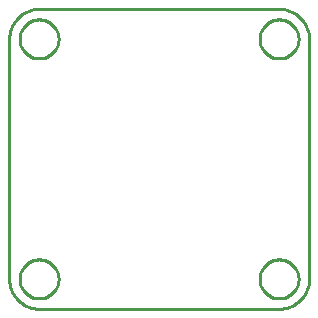
<source format=gbr>
G04 EAGLE Gerber RS-274X export*
G75*
%MOMM*%
%FSLAX34Y34*%
%LPD*%
%IN*%
%IPPOS*%
%AMOC8*
5,1,8,0,0,1.08239X$1,22.5*%
G01*
%ADD10C,0.254000*%


D10*
X0Y25400D02*
X97Y23186D01*
X386Y20989D01*
X865Y18826D01*
X1532Y16713D01*
X2380Y14666D01*
X3403Y12700D01*
X4594Y10831D01*
X5942Y9073D01*
X7440Y7440D01*
X9073Y5942D01*
X10831Y4594D01*
X12700Y3403D01*
X14666Y2380D01*
X16713Y1532D01*
X18826Y865D01*
X20989Y386D01*
X23186Y97D01*
X25400Y0D01*
X228600Y0D01*
X230814Y97D01*
X233011Y386D01*
X235174Y865D01*
X237287Y1532D01*
X239335Y2380D01*
X241300Y3403D01*
X243169Y4594D01*
X244927Y5942D01*
X246561Y7440D01*
X248058Y9073D01*
X249406Y10831D01*
X250597Y12700D01*
X251620Y14666D01*
X252468Y16713D01*
X253135Y18826D01*
X253614Y20989D01*
X253903Y23186D01*
X254000Y25400D01*
X254000Y228600D01*
X253903Y230814D01*
X253614Y233011D01*
X253135Y235174D01*
X252468Y237287D01*
X251620Y239335D01*
X250597Y241300D01*
X249406Y243169D01*
X248058Y244927D01*
X246561Y246561D01*
X244927Y248058D01*
X243169Y249406D01*
X241300Y250597D01*
X239335Y251620D01*
X237287Y252468D01*
X235174Y253135D01*
X233011Y253614D01*
X230814Y253903D01*
X228600Y254000D01*
X25400Y254000D01*
X23186Y253903D01*
X20989Y253614D01*
X18826Y253135D01*
X16713Y252468D01*
X14666Y251620D01*
X12700Y250597D01*
X10831Y249406D01*
X9073Y248058D01*
X7440Y246561D01*
X5942Y244927D01*
X4594Y243169D01*
X3403Y241300D01*
X2380Y239335D01*
X1532Y237287D01*
X865Y235174D01*
X386Y233011D01*
X97Y230814D01*
X0Y228600D01*
X0Y25400D01*
X41910Y228060D02*
X41839Y226981D01*
X41698Y225909D01*
X41487Y224849D01*
X41208Y223805D01*
X40860Y222781D01*
X40446Y221783D01*
X39968Y220813D01*
X39428Y219877D01*
X38827Y218978D01*
X38169Y218121D01*
X37457Y217308D01*
X36692Y216544D01*
X35879Y215831D01*
X35022Y215173D01*
X34123Y214572D01*
X33187Y214032D01*
X32217Y213554D01*
X31219Y213140D01*
X30195Y212792D01*
X29151Y212513D01*
X28091Y212302D01*
X27019Y212161D01*
X25940Y212090D01*
X24860Y212090D01*
X23781Y212161D01*
X22709Y212302D01*
X21649Y212513D01*
X20605Y212792D01*
X19581Y213140D01*
X18583Y213554D01*
X17613Y214032D01*
X16677Y214572D01*
X15778Y215173D01*
X14921Y215831D01*
X14108Y216544D01*
X13344Y217308D01*
X12631Y218121D01*
X11973Y218978D01*
X11372Y219877D01*
X10832Y220813D01*
X10354Y221783D01*
X9940Y222781D01*
X9592Y223805D01*
X9313Y224849D01*
X9102Y225909D01*
X8961Y226981D01*
X8890Y228060D01*
X8890Y229140D01*
X8961Y230219D01*
X9102Y231291D01*
X9313Y232351D01*
X9592Y233395D01*
X9940Y234419D01*
X10354Y235417D01*
X10832Y236387D01*
X11372Y237323D01*
X11973Y238222D01*
X12631Y239079D01*
X13344Y239892D01*
X14108Y240657D01*
X14921Y241369D01*
X15778Y242027D01*
X16677Y242628D01*
X17613Y243168D01*
X18583Y243646D01*
X19581Y244060D01*
X20605Y244408D01*
X21649Y244687D01*
X22709Y244898D01*
X23781Y245039D01*
X24860Y245110D01*
X25940Y245110D01*
X27019Y245039D01*
X28091Y244898D01*
X29151Y244687D01*
X30195Y244408D01*
X31219Y244060D01*
X32217Y243646D01*
X33187Y243168D01*
X34123Y242628D01*
X35022Y242027D01*
X35879Y241369D01*
X36692Y240657D01*
X37457Y239892D01*
X38169Y239079D01*
X38827Y238222D01*
X39428Y237323D01*
X39968Y236387D01*
X40446Y235417D01*
X40860Y234419D01*
X41208Y233395D01*
X41487Y232351D01*
X41698Y231291D01*
X41839Y230219D01*
X41910Y229140D01*
X41910Y228060D01*
X245110Y228060D02*
X245039Y226981D01*
X244898Y225909D01*
X244687Y224849D01*
X244408Y223805D01*
X244060Y222781D01*
X243646Y221783D01*
X243168Y220813D01*
X242628Y219877D01*
X242027Y218978D01*
X241369Y218121D01*
X240657Y217308D01*
X239892Y216544D01*
X239079Y215831D01*
X238222Y215173D01*
X237323Y214572D01*
X236387Y214032D01*
X235417Y213554D01*
X234419Y213140D01*
X233395Y212792D01*
X232351Y212513D01*
X231291Y212302D01*
X230219Y212161D01*
X229140Y212090D01*
X228060Y212090D01*
X226981Y212161D01*
X225909Y212302D01*
X224849Y212513D01*
X223805Y212792D01*
X222781Y213140D01*
X221783Y213554D01*
X220813Y214032D01*
X219877Y214572D01*
X218978Y215173D01*
X218121Y215831D01*
X217308Y216544D01*
X216544Y217308D01*
X215831Y218121D01*
X215173Y218978D01*
X214572Y219877D01*
X214032Y220813D01*
X213554Y221783D01*
X213140Y222781D01*
X212792Y223805D01*
X212513Y224849D01*
X212302Y225909D01*
X212161Y226981D01*
X212090Y228060D01*
X212090Y229140D01*
X212161Y230219D01*
X212302Y231291D01*
X212513Y232351D01*
X212792Y233395D01*
X213140Y234419D01*
X213554Y235417D01*
X214032Y236387D01*
X214572Y237323D01*
X215173Y238222D01*
X215831Y239079D01*
X216544Y239892D01*
X217308Y240657D01*
X218121Y241369D01*
X218978Y242027D01*
X219877Y242628D01*
X220813Y243168D01*
X221783Y243646D01*
X222781Y244060D01*
X223805Y244408D01*
X224849Y244687D01*
X225909Y244898D01*
X226981Y245039D01*
X228060Y245110D01*
X229140Y245110D01*
X230219Y245039D01*
X231291Y244898D01*
X232351Y244687D01*
X233395Y244408D01*
X234419Y244060D01*
X235417Y243646D01*
X236387Y243168D01*
X237323Y242628D01*
X238222Y242027D01*
X239079Y241369D01*
X239892Y240657D01*
X240657Y239892D01*
X241369Y239079D01*
X242027Y238222D01*
X242628Y237323D01*
X243168Y236387D01*
X243646Y235417D01*
X244060Y234419D01*
X244408Y233395D01*
X244687Y232351D01*
X244898Y231291D01*
X245039Y230219D01*
X245110Y229140D01*
X245110Y228060D01*
X245110Y24860D02*
X245039Y23781D01*
X244898Y22709D01*
X244687Y21649D01*
X244408Y20605D01*
X244060Y19581D01*
X243646Y18583D01*
X243168Y17613D01*
X242628Y16677D01*
X242027Y15778D01*
X241369Y14921D01*
X240657Y14108D01*
X239892Y13344D01*
X239079Y12631D01*
X238222Y11973D01*
X237323Y11372D01*
X236387Y10832D01*
X235417Y10354D01*
X234419Y9940D01*
X233395Y9592D01*
X232351Y9313D01*
X231291Y9102D01*
X230219Y8961D01*
X229140Y8890D01*
X228060Y8890D01*
X226981Y8961D01*
X225909Y9102D01*
X224849Y9313D01*
X223805Y9592D01*
X222781Y9940D01*
X221783Y10354D01*
X220813Y10832D01*
X219877Y11372D01*
X218978Y11973D01*
X218121Y12631D01*
X217308Y13344D01*
X216544Y14108D01*
X215831Y14921D01*
X215173Y15778D01*
X214572Y16677D01*
X214032Y17613D01*
X213554Y18583D01*
X213140Y19581D01*
X212792Y20605D01*
X212513Y21649D01*
X212302Y22709D01*
X212161Y23781D01*
X212090Y24860D01*
X212090Y25940D01*
X212161Y27019D01*
X212302Y28091D01*
X212513Y29151D01*
X212792Y30195D01*
X213140Y31219D01*
X213554Y32217D01*
X214032Y33187D01*
X214572Y34123D01*
X215173Y35022D01*
X215831Y35879D01*
X216544Y36692D01*
X217308Y37457D01*
X218121Y38169D01*
X218978Y38827D01*
X219877Y39428D01*
X220813Y39968D01*
X221783Y40446D01*
X222781Y40860D01*
X223805Y41208D01*
X224849Y41487D01*
X225909Y41698D01*
X226981Y41839D01*
X228060Y41910D01*
X229140Y41910D01*
X230219Y41839D01*
X231291Y41698D01*
X232351Y41487D01*
X233395Y41208D01*
X234419Y40860D01*
X235417Y40446D01*
X236387Y39968D01*
X237323Y39428D01*
X238222Y38827D01*
X239079Y38169D01*
X239892Y37457D01*
X240657Y36692D01*
X241369Y35879D01*
X242027Y35022D01*
X242628Y34123D01*
X243168Y33187D01*
X243646Y32217D01*
X244060Y31219D01*
X244408Y30195D01*
X244687Y29151D01*
X244898Y28091D01*
X245039Y27019D01*
X245110Y25940D01*
X245110Y24860D01*
X41910Y24860D02*
X41839Y23781D01*
X41698Y22709D01*
X41487Y21649D01*
X41208Y20605D01*
X40860Y19581D01*
X40446Y18583D01*
X39968Y17613D01*
X39428Y16677D01*
X38827Y15778D01*
X38169Y14921D01*
X37457Y14108D01*
X36692Y13344D01*
X35879Y12631D01*
X35022Y11973D01*
X34123Y11372D01*
X33187Y10832D01*
X32217Y10354D01*
X31219Y9940D01*
X30195Y9592D01*
X29151Y9313D01*
X28091Y9102D01*
X27019Y8961D01*
X25940Y8890D01*
X24860Y8890D01*
X23781Y8961D01*
X22709Y9102D01*
X21649Y9313D01*
X20605Y9592D01*
X19581Y9940D01*
X18583Y10354D01*
X17613Y10832D01*
X16677Y11372D01*
X15778Y11973D01*
X14921Y12631D01*
X14108Y13344D01*
X13344Y14108D01*
X12631Y14921D01*
X11973Y15778D01*
X11372Y16677D01*
X10832Y17613D01*
X10354Y18583D01*
X9940Y19581D01*
X9592Y20605D01*
X9313Y21649D01*
X9102Y22709D01*
X8961Y23781D01*
X8890Y24860D01*
X8890Y25940D01*
X8961Y27019D01*
X9102Y28091D01*
X9313Y29151D01*
X9592Y30195D01*
X9940Y31219D01*
X10354Y32217D01*
X10832Y33187D01*
X11372Y34123D01*
X11973Y35022D01*
X12631Y35879D01*
X13344Y36692D01*
X14108Y37457D01*
X14921Y38169D01*
X15778Y38827D01*
X16677Y39428D01*
X17613Y39968D01*
X18583Y40446D01*
X19581Y40860D01*
X20605Y41208D01*
X21649Y41487D01*
X22709Y41698D01*
X23781Y41839D01*
X24860Y41910D01*
X25940Y41910D01*
X27019Y41839D01*
X28091Y41698D01*
X29151Y41487D01*
X30195Y41208D01*
X31219Y40860D01*
X32217Y40446D01*
X33187Y39968D01*
X34123Y39428D01*
X35022Y38827D01*
X35879Y38169D01*
X36692Y37457D01*
X37457Y36692D01*
X38169Y35879D01*
X38827Y35022D01*
X39428Y34123D01*
X39968Y33187D01*
X40446Y32217D01*
X40860Y31219D01*
X41208Y30195D01*
X41487Y29151D01*
X41698Y28091D01*
X41839Y27019D01*
X41910Y25940D01*
X41910Y24860D01*
M02*

</source>
